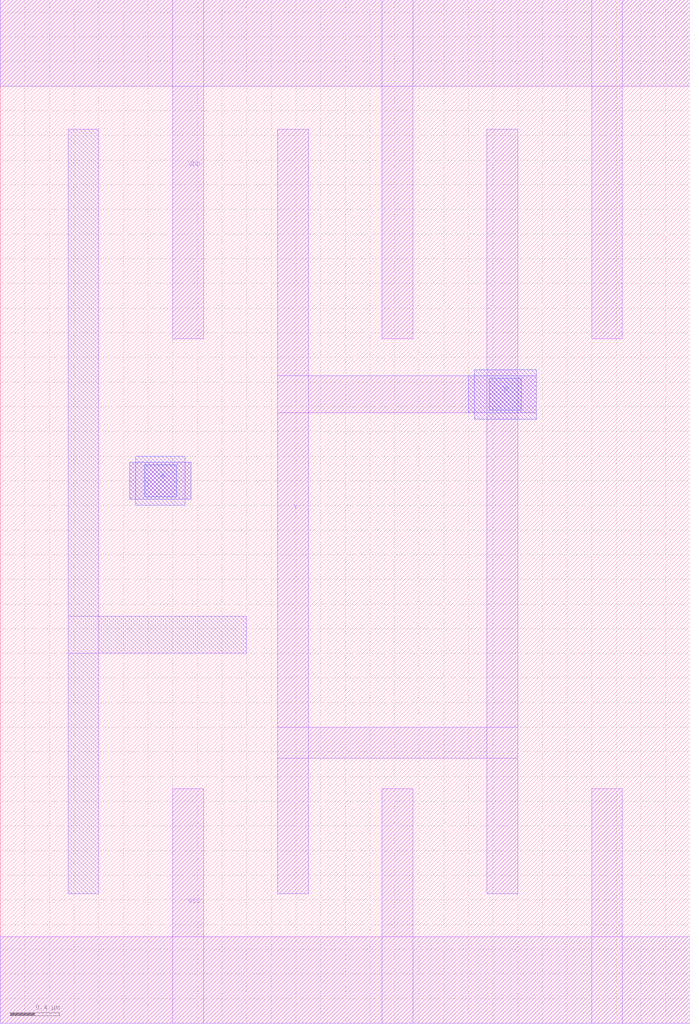
<source format=lef>
# Copyright 2022 Google LLC
# Licensed under the Apache License, Version 2.0 (the "License");
# you may not use this file except in compliance with the License.
# You may obtain a copy of the License at
#
#      http://www.apache.org/licenses/LICENSE-2.0
#
# Unless required by applicable law or agreed to in writing, software
# distributed under the License is distributed on an "AS IS" BASIS,
# WITHOUT WARRANTIES OR CONDITIONS OF ANY KIND, either express or implied.
# See the License for the specific language governing permissions and
# limitations under the License.
VERSION 5.7 ;
BUSBITCHARS "[]" ;
DIVIDERCHAR "/" ;

MACRO gf180mcu_osu_sc_gp12t3v3__clkbuf_4
  CLASS CORE ;
  ORIGIN 0 0 ;
  FOREIGN gf180mcu_osu_sc_gp12t3v3__clkbuf_4 0 0 ;
  SIZE 5.6 BY 8.3 ;
  SYMMETRY X Y ;
  SITE gf180mcu_osu_sc_gp12t3v3 ;
  PIN VDD
    DIRECTION INOUT ;
    USE POWER ;
    SHAPE ABUTMENT ;
    PORT
      LAYER Metal1 ;
        RECT 0 7.6 5.6 8.3 ;
        RECT 4.8 5.55 5.05 8.3 ;
        RECT 3.1 5.55 3.35 8.3 ;
        RECT 1.4 5.55 1.65 8.3 ;
    END
  END VDD
  PIN VSS
    DIRECTION INOUT ;
    USE GROUND ;
    SHAPE ABUTMENT ;
    PORT
      LAYER Metal1 ;
        RECT 0 0 5.6 0.7 ;
        RECT 4.8 0 5.05 1.9 ;
        RECT 3.1 0 3.35 1.9 ;
        RECT 1.4 0 1.65 1.9 ;
    END
  END VSS
  PIN A
    DIRECTION INPUT ;
    USE SIGNAL ;
    PORT
      LAYER Metal1 ;
        RECT 1.05 4.25 1.55 4.55 ;
      LAYER Metal2 ;
        RECT 1.05 4.25 1.55 4.55 ;
        RECT 1.1 4.2 1.5 4.6 ;
      LAYER Via1 ;
        RECT 1.17 4.27 1.43 4.53 ;
    END
  END A
  PIN Y
    DIRECTION OUTPUT ;
    USE SIGNAL ;
    PORT
      LAYER Metal1 ;
        RECT 2.25 4.95 4.35 5.25 ;
        RECT 3.95 1.05 4.2 7.25 ;
        RECT 2.25 2.15 4.2 2.4 ;
        RECT 2.25 1.05 2.5 7.25 ;
      LAYER Metal2 ;
        RECT 3.85 4.9 4.35 5.3 ;
        RECT 3.8 4.95 4.35 5.25 ;
      LAYER Via1 ;
        RECT 3.97 4.97 4.23 5.23 ;
    END
  END Y
  OBS
    LAYER Metal1 ;
      RECT 0.55 1.05 0.8 7.25 ;
      RECT 0.55 3 2 3.3 ;
  END
END gf180mcu_osu_sc_gp12t3v3__clkbuf_4

</source>
